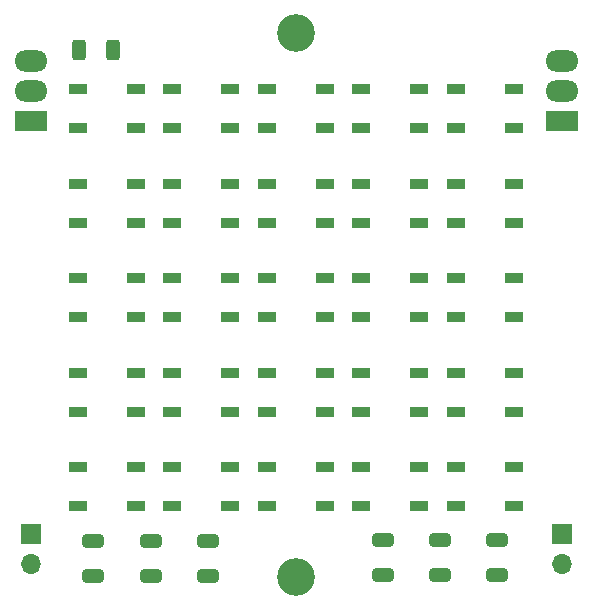
<source format=gts>
G04 #@! TF.GenerationSoftware,KiCad,Pcbnew,8.0.5*
G04 #@! TF.CreationDate,2024-11-25T19:05:47-05:00*
G04 #@! TF.ProjectId,Neo7SegmentMini,4e656f37-5365-4676-9d65-6e744d696e69,rev?*
G04 #@! TF.SameCoordinates,Original*
G04 #@! TF.FileFunction,Soldermask,Top*
G04 #@! TF.FilePolarity,Negative*
%FSLAX46Y46*%
G04 Gerber Fmt 4.6, Leading zero omitted, Abs format (unit mm)*
G04 Created by KiCad (PCBNEW 8.0.5) date 2024-11-25 19:05:47*
%MOMM*%
%LPD*%
G01*
G04 APERTURE LIST*
G04 Aperture macros list*
%AMRoundRect*
0 Rectangle with rounded corners*
0 $1 Rounding radius*
0 $2 $3 $4 $5 $6 $7 $8 $9 X,Y pos of 4 corners*
0 Add a 4 corners polygon primitive as box body*
4,1,4,$2,$3,$4,$5,$6,$7,$8,$9,$2,$3,0*
0 Add four circle primitives for the rounded corners*
1,1,$1+$1,$2,$3*
1,1,$1+$1,$4,$5*
1,1,$1+$1,$6,$7*
1,1,$1+$1,$8,$9*
0 Add four rect primitives between the rounded corners*
20,1,$1+$1,$2,$3,$4,$5,0*
20,1,$1+$1,$4,$5,$6,$7,0*
20,1,$1+$1,$6,$7,$8,$9,0*
20,1,$1+$1,$8,$9,$2,$3,0*%
G04 Aperture macros list end*
%ADD10R,2.800000X1.800000*%
%ADD11O,2.800000X1.800000*%
%ADD12RoundRect,0.250000X-0.650000X0.325000X-0.650000X-0.325000X0.650000X-0.325000X0.650000X0.325000X0*%
%ADD13R,1.500000X0.900000*%
%ADD14R,1.700000X1.700000*%
%ADD15O,1.700000X1.700000*%
%ADD16C,3.200000*%
%ADD17RoundRect,0.250000X-0.312500X-0.625000X0.312500X-0.625000X0.312500X0.625000X-0.312500X0.625000X0*%
G04 APERTURE END LIST*
D10*
X195500000Y-59000000D03*
D11*
X195500000Y-56460000D03*
X195500000Y-53920000D03*
D12*
X165500000Y-94625000D03*
X165500000Y-97575000D03*
D13*
X183400000Y-83650000D03*
X183400000Y-80350000D03*
X178500000Y-80350000D03*
X178500000Y-83650000D03*
D10*
X150500000Y-59000000D03*
D11*
X150500000Y-56460000D03*
X150500000Y-53920000D03*
D13*
X191400000Y-75650000D03*
X191400000Y-72350000D03*
X186500000Y-72350000D03*
X186500000Y-75650000D03*
D14*
X150500000Y-94000000D03*
D15*
X150500000Y-96540000D03*
D12*
X190000000Y-94500000D03*
X190000000Y-97450000D03*
D13*
X167400000Y-59650000D03*
X167400000Y-56350000D03*
X162500000Y-56350000D03*
X162500000Y-59650000D03*
X191400000Y-83650000D03*
X191400000Y-80350000D03*
X186500000Y-80350000D03*
X186500000Y-83650000D03*
X183400000Y-67650000D03*
X183400000Y-64350000D03*
X178500000Y-64350000D03*
X178500000Y-67650000D03*
D12*
X185156250Y-94500000D03*
X185156250Y-97450000D03*
D13*
X175400000Y-59650000D03*
X175400000Y-56350000D03*
X170500000Y-56350000D03*
X170500000Y-59650000D03*
X167400000Y-75650000D03*
X167400000Y-72350000D03*
X162500000Y-72350000D03*
X162500000Y-75650000D03*
X175400000Y-83650000D03*
X175400000Y-80350000D03*
X170500000Y-80350000D03*
X170500000Y-83650000D03*
D12*
X180312500Y-94500000D03*
X180312500Y-97450000D03*
D13*
X183400000Y-75650000D03*
X183400000Y-72350000D03*
X178500000Y-72350000D03*
X178500000Y-75650000D03*
D16*
X173000000Y-51600000D03*
D13*
X191400000Y-59650000D03*
X191400000Y-56350000D03*
X186500000Y-56350000D03*
X186500000Y-59650000D03*
X167400000Y-83650000D03*
X167400000Y-80350000D03*
X162500000Y-80350000D03*
X162500000Y-83650000D03*
X191400000Y-67650000D03*
X191400000Y-64350000D03*
X186500000Y-64350000D03*
X186500000Y-67650000D03*
X191400000Y-91650000D03*
X191400000Y-88350000D03*
X186500000Y-88350000D03*
X186500000Y-91650000D03*
X183400000Y-91650000D03*
X183400000Y-88350000D03*
X178500000Y-88350000D03*
X178500000Y-91650000D03*
D12*
X155812500Y-94625000D03*
X155812500Y-97575000D03*
D13*
X159400000Y-83650000D03*
X159400000Y-80350000D03*
X154500000Y-80350000D03*
X154500000Y-83650000D03*
X159400000Y-91650000D03*
X159400000Y-88350000D03*
X154500000Y-88350000D03*
X154500000Y-91650000D03*
X175400000Y-67650000D03*
X175400000Y-64350000D03*
X170500000Y-64350000D03*
X170500000Y-67650000D03*
X159400000Y-75650000D03*
X159400000Y-72350000D03*
X154500000Y-72350000D03*
X154500000Y-75650000D03*
D14*
X195500000Y-94000000D03*
D15*
X195500000Y-96540000D03*
D13*
X183400000Y-59650000D03*
X183400000Y-56350000D03*
X178500000Y-56350000D03*
X178500000Y-59650000D03*
D16*
X173000000Y-97600000D03*
D13*
X159400000Y-67650000D03*
X159400000Y-64350000D03*
X154500000Y-64350000D03*
X154500000Y-67650000D03*
X175400000Y-75650000D03*
X175400000Y-72350000D03*
X170500000Y-72350000D03*
X170500000Y-75650000D03*
X167400000Y-67650000D03*
X167400000Y-64350000D03*
X162500000Y-64350000D03*
X162500000Y-67650000D03*
X167400000Y-91650000D03*
X167400000Y-88350000D03*
X162500000Y-88350000D03*
X162500000Y-91650000D03*
X175400000Y-91650000D03*
X175400000Y-88350000D03*
X170500000Y-88350000D03*
X170500000Y-91650000D03*
D17*
X154575000Y-53000000D03*
X157500000Y-53000000D03*
D12*
X160656250Y-94625000D03*
X160656250Y-97575000D03*
D13*
X159400000Y-59650000D03*
X159400000Y-56350000D03*
X154500000Y-56350000D03*
X154500000Y-59650000D03*
M02*

</source>
